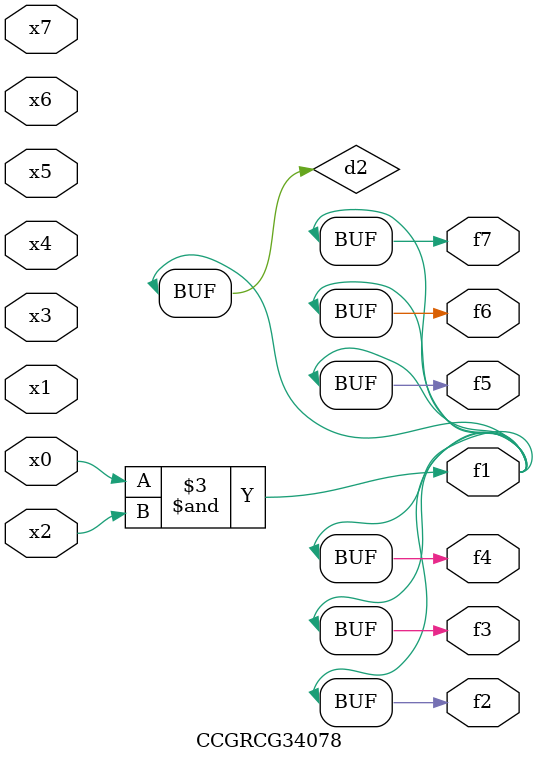
<source format=v>
module CCGRCG34078(
	input x0, x1, x2, x3, x4, x5, x6, x7,
	output f1, f2, f3, f4, f5, f6, f7
);

	wire d1, d2;

	nor (d1, x3, x6);
	and (d2, x0, x2);
	assign f1 = d2;
	assign f2 = d2;
	assign f3 = d2;
	assign f4 = d2;
	assign f5 = d2;
	assign f6 = d2;
	assign f7 = d2;
endmodule

</source>
